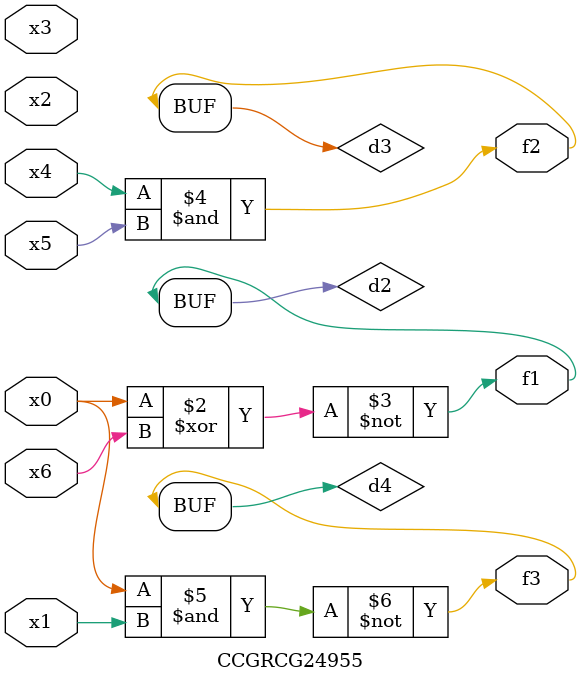
<source format=v>
module CCGRCG24955(
	input x0, x1, x2, x3, x4, x5, x6,
	output f1, f2, f3
);

	wire d1, d2, d3, d4;

	nor (d1, x0);
	xnor (d2, x0, x6);
	and (d3, x4, x5);
	nand (d4, x0, x1);
	assign f1 = d2;
	assign f2 = d3;
	assign f3 = d4;
endmodule

</source>
